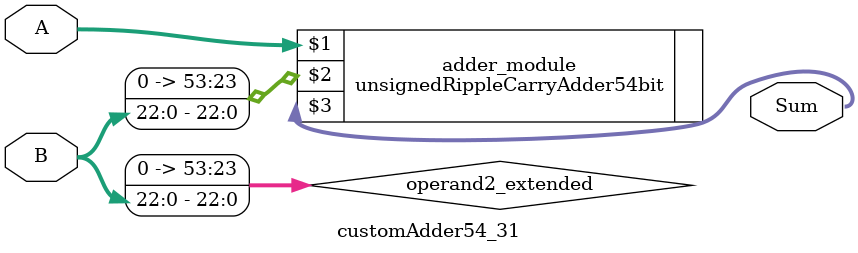
<source format=v>
module customAdder54_31(
                        input [53 : 0] A,
                        input [22 : 0] B,
                        
                        output [54 : 0] Sum
                );

        wire [53 : 0] operand2_extended;
        
        assign operand2_extended =  {31'b0, B};
        
        unsignedRippleCarryAdder54bit adder_module(
            A,
            operand2_extended,
            Sum
        );
        
        endmodule
        
</source>
